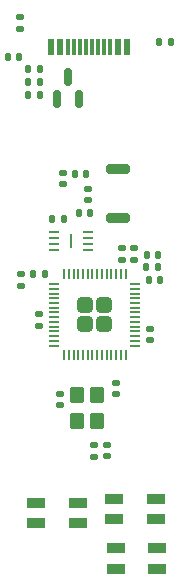
<source format=gbr>
%TF.GenerationSoftware,KiCad,Pcbnew,9.0.6*%
%TF.CreationDate,2025-12-07T15:32:32-06:00*%
%TF.ProjectId,Devboard,44657662-6f61-4726-942e-6b696361645f,rev?*%
%TF.SameCoordinates,Original*%
%TF.FileFunction,Paste,Top*%
%TF.FilePolarity,Positive*%
%FSLAX46Y46*%
G04 Gerber Fmt 4.6, Leading zero omitted, Abs format (unit mm)*
G04 Created by KiCad (PCBNEW 9.0.6) date 2025-12-07 15:32:32*
%MOMM*%
%LPD*%
G01*
G04 APERTURE LIST*
G04 Aperture macros list*
%AMRoundRect*
0 Rectangle with rounded corners*
0 $1 Rounding radius*
0 $2 $3 $4 $5 $6 $7 $8 $9 X,Y pos of 4 corners*
0 Add a 4 corners polygon primitive as box body*
4,1,4,$2,$3,$4,$5,$6,$7,$8,$9,$2,$3,0*
0 Add four circle primitives for the rounded corners*
1,1,$1+$1,$2,$3*
1,1,$1+$1,$4,$5*
1,1,$1+$1,$6,$7*
1,1,$1+$1,$8,$9*
0 Add four rect primitives between the rounded corners*
20,1,$1+$1,$2,$3,$4,$5,0*
20,1,$1+$1,$4,$5,$6,$7,0*
20,1,$1+$1,$6,$7,$8,$9,0*
20,1,$1+$1,$8,$9,$2,$3,0*%
G04 Aperture macros list end*
%ADD10RoundRect,0.140000X-0.140000X-0.170000X0.140000X-0.170000X0.140000X0.170000X-0.140000X0.170000X0*%
%ADD11RoundRect,0.140000X-0.170000X0.140000X-0.170000X-0.140000X0.170000X-0.140000X0.170000X0.140000X0*%
%ADD12RoundRect,0.062500X-0.387500X-0.062500X0.387500X-0.062500X0.387500X0.062500X-0.387500X0.062500X0*%
%ADD13RoundRect,0.040000X-0.040000X-0.605000X0.040000X-0.605000X0.040000X0.605000X-0.040000X0.605000X0*%
%ADD14RoundRect,0.150000X0.150000X-0.587500X0.150000X0.587500X-0.150000X0.587500X-0.150000X-0.587500X0*%
%ADD15RoundRect,0.140000X0.140000X0.170000X-0.140000X0.170000X-0.140000X-0.170000X0.140000X-0.170000X0*%
%ADD16RoundRect,0.140000X0.170000X-0.140000X0.170000X0.140000X-0.170000X0.140000X-0.170000X-0.140000X0*%
%ADD17R,0.600000X1.450000*%
%ADD18R,0.300000X1.450000*%
%ADD19RoundRect,0.135000X-0.185000X0.135000X-0.185000X-0.135000X0.185000X-0.135000X0.185000X0.135000X0*%
%ADD20RoundRect,0.135000X0.135000X0.185000X-0.135000X0.185000X-0.135000X-0.185000X0.135000X-0.185000X0*%
%ADD21R,1.600000X0.850000*%
%ADD22RoundRect,0.250000X0.350000X-0.450000X0.350000X0.450000X-0.350000X0.450000X-0.350000X-0.450000X0*%
%ADD23RoundRect,0.135000X0.185000X-0.135000X0.185000X0.135000X-0.185000X0.135000X-0.185000X-0.135000X0*%
%ADD24RoundRect,0.200000X-0.800000X0.200000X-0.800000X-0.200000X0.800000X-0.200000X0.800000X0.200000X0*%
%ADD25RoundRect,0.249999X-0.395001X-0.395001X0.395001X-0.395001X0.395001X0.395001X-0.395001X0.395001X0*%
%ADD26RoundRect,0.050000X-0.387500X-0.050000X0.387500X-0.050000X0.387500X0.050000X-0.387500X0.050000X0*%
%ADD27RoundRect,0.050000X-0.050000X-0.387500X0.050000X-0.387500X0.050000X0.387500X-0.050000X0.387500X0*%
%ADD28RoundRect,0.135000X-0.135000X-0.185000X0.135000X-0.185000X0.135000X0.185000X-0.135000X0.185000X0*%
G04 APERTURE END LIST*
D10*
%TO.C,C11*%
X215870000Y-84200000D03*
X216830000Y-84200000D03*
%TD*%
%TO.C,C12*%
X215820000Y-85300000D03*
X216780000Y-85300000D03*
%TD*%
D11*
%TO.C,C2*%
X216150000Y-91480000D03*
X216150000Y-90520000D03*
%TD*%
D12*
%TO.C,U3*%
X210850000Y-82300000D03*
X210850000Y-82800000D03*
X210850000Y-83300000D03*
X210850000Y-83800000D03*
X208000000Y-83800000D03*
X208000000Y-83300000D03*
X208000000Y-82800000D03*
X208000000Y-82300000D03*
D13*
X209425000Y-83050000D03*
%TD*%
D14*
%TO.C,U2*%
X208250000Y-71050000D03*
X210150000Y-71050000D03*
X209200000Y-69175000D03*
%TD*%
D11*
%TO.C,C17*%
X208769000Y-77292000D03*
X208769000Y-78252000D03*
%TD*%
D15*
%TO.C,C8*%
X211080000Y-80700000D03*
X210120000Y-80700000D03*
%TD*%
D16*
%TO.C,C16*%
X212450000Y-101280000D03*
X212450000Y-100320000D03*
%TD*%
D10*
%TO.C,C3*%
X216020000Y-86350000D03*
X216980000Y-86350000D03*
%TD*%
D17*
%TO.C,J1*%
X214213000Y-66614000D03*
X213413000Y-66614000D03*
D18*
X212213000Y-66614000D03*
X211213000Y-66614000D03*
X210713000Y-66614000D03*
X209713000Y-66614000D03*
D17*
X208513000Y-66614000D03*
X207713000Y-66614000D03*
X207713000Y-66614000D03*
X208513000Y-66614000D03*
D18*
X209213000Y-66614000D03*
X210213000Y-66614000D03*
X211713000Y-66614000D03*
X212713000Y-66614000D03*
D17*
X213413000Y-66614000D03*
X214213000Y-66614000D03*
%TD*%
D11*
%TO.C,C9*%
X213200000Y-95070000D03*
X213200000Y-96030000D03*
%TD*%
D15*
%TO.C,C4*%
X206779000Y-70688000D03*
X205819000Y-70688000D03*
%TD*%
D11*
%TO.C,C10*%
X205200000Y-85870000D03*
X205200000Y-86830000D03*
%TD*%
D16*
%TO.C,C1*%
X210850000Y-79580000D03*
X210850000Y-78620000D03*
%TD*%
D19*
%TO.C,R2*%
X211400000Y-100300000D03*
X211400000Y-101320000D03*
%TD*%
D20*
%TO.C,R7*%
X208820000Y-81200000D03*
X207800000Y-81200000D03*
%TD*%
D16*
%TO.C,C15*%
X208500000Y-96980000D03*
X208500000Y-96020000D03*
%TD*%
D15*
%TO.C,C14*%
X205021000Y-67468000D03*
X204061000Y-67468000D03*
%TD*%
D21*
%TO.C,D1*%
X210000000Y-106975000D03*
X210000000Y-105225000D03*
X206500000Y-105225000D03*
X206500000Y-106975000D03*
%TD*%
D19*
%TO.C,R5*%
X213750000Y-83640000D03*
X213750000Y-84660000D03*
%TD*%
D16*
%TO.C,C7*%
X206750000Y-90230000D03*
X206750000Y-89270000D03*
%TD*%
D22*
%TO.C,Y1*%
X211650000Y-98300000D03*
X211650000Y-96100000D03*
X209950000Y-96100000D03*
X209950000Y-98300000D03*
%TD*%
D21*
%TO.C,D2*%
X216600000Y-106625000D03*
X216600000Y-104875000D03*
X213100000Y-104875000D03*
X213100000Y-106625000D03*
%TD*%
D15*
%TO.C,C6*%
X206779000Y-68454000D03*
X205819000Y-68454000D03*
%TD*%
D23*
%TO.C,R3*%
X205153000Y-65121000D03*
X205153000Y-64101000D03*
%TD*%
D19*
%TO.C,R4*%
X214800000Y-83640000D03*
X214800000Y-84660000D03*
%TD*%
D10*
%TO.C,C13*%
X209770000Y-77400000D03*
X210730000Y-77400000D03*
%TD*%
D24*
%TO.C,SW1*%
X213400000Y-76950000D03*
X213400000Y-81150000D03*
%TD*%
D21*
%TO.C,D3*%
X213200000Y-109075000D03*
X213200000Y-110825000D03*
X216700000Y-110825000D03*
X216700000Y-109075000D03*
%TD*%
D15*
%TO.C,C5*%
X206788000Y-69582000D03*
X205828000Y-69582000D03*
%TD*%
D25*
%TO.C,U1*%
X210647500Y-88506000D03*
X210647500Y-90106000D03*
X212247500Y-88506000D03*
X212247500Y-90106000D03*
D26*
X208010000Y-86706000D03*
X208010000Y-87106000D03*
X208010000Y-87506000D03*
X208010000Y-87906000D03*
X208010000Y-88306000D03*
X208010000Y-88706000D03*
X208010000Y-89106000D03*
X208010000Y-89506000D03*
X208010000Y-89906000D03*
X208010000Y-90306000D03*
X208010000Y-90706000D03*
X208010000Y-91106000D03*
X208010000Y-91506000D03*
X208010000Y-91906000D03*
D27*
X208847500Y-92743500D03*
X209247500Y-92743500D03*
X209647500Y-92743500D03*
X210047500Y-92743500D03*
X210447500Y-92743500D03*
X210847500Y-92743500D03*
X211247500Y-92743500D03*
X211647500Y-92743500D03*
X212047500Y-92743500D03*
X212447500Y-92743500D03*
X212847500Y-92743500D03*
X213247500Y-92743500D03*
X213647500Y-92743500D03*
X214047500Y-92743500D03*
D26*
X214885000Y-91906000D03*
X214885000Y-91506000D03*
X214885000Y-91106000D03*
X214885000Y-90706000D03*
X214885000Y-90306000D03*
X214885000Y-89906000D03*
X214885000Y-89506000D03*
X214885000Y-89106000D03*
X214885000Y-88706000D03*
X214885000Y-88306000D03*
X214885000Y-87906000D03*
X214885000Y-87506000D03*
X214885000Y-87106000D03*
X214885000Y-86706000D03*
D27*
X214047500Y-85868500D03*
X213647500Y-85868500D03*
X213247500Y-85868500D03*
X212847500Y-85868500D03*
X212447500Y-85868500D03*
X212047500Y-85868500D03*
X211647500Y-85868500D03*
X211247500Y-85868500D03*
X210847500Y-85868500D03*
X210447500Y-85868500D03*
X210047500Y-85868500D03*
X209647500Y-85868500D03*
X209247500Y-85868500D03*
X208847500Y-85868500D03*
%TD*%
D28*
%TO.C,R1*%
X216883000Y-66229000D03*
X217903000Y-66229000D03*
%TD*%
%TO.C,R6*%
X206217000Y-85865000D03*
X207237000Y-85865000D03*
%TD*%
M02*

</source>
